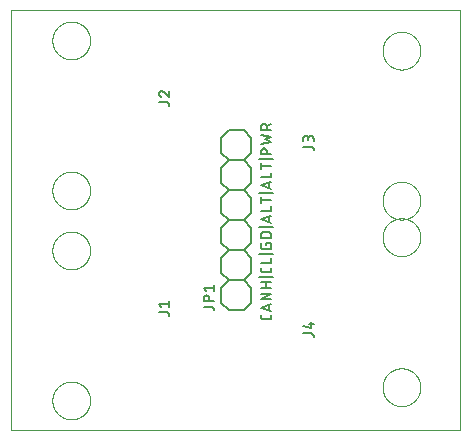
<source format=gto>
G75*
%MOIN*%
%OFA0B0*%
%FSLAX25Y25*%
%IPPOS*%
%LPD*%
%AMOC8*
5,1,8,0,0,1.08239X$1,22.5*
%
%ADD10C,0.00000*%
%ADD11C,0.00600*%
D10*
X0001500Y0001500D02*
X0001500Y0141657D01*
X0151106Y0141657D01*
X0151106Y0001500D01*
X0001500Y0001500D01*
X0015201Y0011500D02*
X0015203Y0011658D01*
X0015209Y0011816D01*
X0015219Y0011974D01*
X0015233Y0012132D01*
X0015251Y0012289D01*
X0015272Y0012446D01*
X0015298Y0012602D01*
X0015328Y0012758D01*
X0015361Y0012913D01*
X0015399Y0013066D01*
X0015440Y0013219D01*
X0015485Y0013371D01*
X0015534Y0013522D01*
X0015587Y0013671D01*
X0015643Y0013819D01*
X0015703Y0013965D01*
X0015767Y0014110D01*
X0015835Y0014253D01*
X0015906Y0014395D01*
X0015980Y0014535D01*
X0016058Y0014672D01*
X0016140Y0014808D01*
X0016224Y0014942D01*
X0016313Y0015073D01*
X0016404Y0015202D01*
X0016499Y0015329D01*
X0016596Y0015454D01*
X0016697Y0015576D01*
X0016801Y0015695D01*
X0016908Y0015812D01*
X0017018Y0015926D01*
X0017131Y0016037D01*
X0017246Y0016146D01*
X0017364Y0016251D01*
X0017485Y0016353D01*
X0017608Y0016453D01*
X0017734Y0016549D01*
X0017862Y0016642D01*
X0017992Y0016732D01*
X0018125Y0016818D01*
X0018260Y0016902D01*
X0018396Y0016981D01*
X0018535Y0017058D01*
X0018676Y0017130D01*
X0018818Y0017200D01*
X0018962Y0017265D01*
X0019108Y0017327D01*
X0019255Y0017385D01*
X0019404Y0017440D01*
X0019554Y0017491D01*
X0019705Y0017538D01*
X0019857Y0017581D01*
X0020010Y0017620D01*
X0020165Y0017656D01*
X0020320Y0017687D01*
X0020476Y0017715D01*
X0020632Y0017739D01*
X0020789Y0017759D01*
X0020947Y0017775D01*
X0021104Y0017787D01*
X0021263Y0017795D01*
X0021421Y0017799D01*
X0021579Y0017799D01*
X0021737Y0017795D01*
X0021896Y0017787D01*
X0022053Y0017775D01*
X0022211Y0017759D01*
X0022368Y0017739D01*
X0022524Y0017715D01*
X0022680Y0017687D01*
X0022835Y0017656D01*
X0022990Y0017620D01*
X0023143Y0017581D01*
X0023295Y0017538D01*
X0023446Y0017491D01*
X0023596Y0017440D01*
X0023745Y0017385D01*
X0023892Y0017327D01*
X0024038Y0017265D01*
X0024182Y0017200D01*
X0024324Y0017130D01*
X0024465Y0017058D01*
X0024604Y0016981D01*
X0024740Y0016902D01*
X0024875Y0016818D01*
X0025008Y0016732D01*
X0025138Y0016642D01*
X0025266Y0016549D01*
X0025392Y0016453D01*
X0025515Y0016353D01*
X0025636Y0016251D01*
X0025754Y0016146D01*
X0025869Y0016037D01*
X0025982Y0015926D01*
X0026092Y0015812D01*
X0026199Y0015695D01*
X0026303Y0015576D01*
X0026404Y0015454D01*
X0026501Y0015329D01*
X0026596Y0015202D01*
X0026687Y0015073D01*
X0026776Y0014942D01*
X0026860Y0014808D01*
X0026942Y0014672D01*
X0027020Y0014535D01*
X0027094Y0014395D01*
X0027165Y0014253D01*
X0027233Y0014110D01*
X0027297Y0013965D01*
X0027357Y0013819D01*
X0027413Y0013671D01*
X0027466Y0013522D01*
X0027515Y0013371D01*
X0027560Y0013219D01*
X0027601Y0013066D01*
X0027639Y0012913D01*
X0027672Y0012758D01*
X0027702Y0012602D01*
X0027728Y0012446D01*
X0027749Y0012289D01*
X0027767Y0012132D01*
X0027781Y0011974D01*
X0027791Y0011816D01*
X0027797Y0011658D01*
X0027799Y0011500D01*
X0027797Y0011342D01*
X0027791Y0011184D01*
X0027781Y0011026D01*
X0027767Y0010868D01*
X0027749Y0010711D01*
X0027728Y0010554D01*
X0027702Y0010398D01*
X0027672Y0010242D01*
X0027639Y0010087D01*
X0027601Y0009934D01*
X0027560Y0009781D01*
X0027515Y0009629D01*
X0027466Y0009478D01*
X0027413Y0009329D01*
X0027357Y0009181D01*
X0027297Y0009035D01*
X0027233Y0008890D01*
X0027165Y0008747D01*
X0027094Y0008605D01*
X0027020Y0008465D01*
X0026942Y0008328D01*
X0026860Y0008192D01*
X0026776Y0008058D01*
X0026687Y0007927D01*
X0026596Y0007798D01*
X0026501Y0007671D01*
X0026404Y0007546D01*
X0026303Y0007424D01*
X0026199Y0007305D01*
X0026092Y0007188D01*
X0025982Y0007074D01*
X0025869Y0006963D01*
X0025754Y0006854D01*
X0025636Y0006749D01*
X0025515Y0006647D01*
X0025392Y0006547D01*
X0025266Y0006451D01*
X0025138Y0006358D01*
X0025008Y0006268D01*
X0024875Y0006182D01*
X0024740Y0006098D01*
X0024604Y0006019D01*
X0024465Y0005942D01*
X0024324Y0005870D01*
X0024182Y0005800D01*
X0024038Y0005735D01*
X0023892Y0005673D01*
X0023745Y0005615D01*
X0023596Y0005560D01*
X0023446Y0005509D01*
X0023295Y0005462D01*
X0023143Y0005419D01*
X0022990Y0005380D01*
X0022835Y0005344D01*
X0022680Y0005313D01*
X0022524Y0005285D01*
X0022368Y0005261D01*
X0022211Y0005241D01*
X0022053Y0005225D01*
X0021896Y0005213D01*
X0021737Y0005205D01*
X0021579Y0005201D01*
X0021421Y0005201D01*
X0021263Y0005205D01*
X0021104Y0005213D01*
X0020947Y0005225D01*
X0020789Y0005241D01*
X0020632Y0005261D01*
X0020476Y0005285D01*
X0020320Y0005313D01*
X0020165Y0005344D01*
X0020010Y0005380D01*
X0019857Y0005419D01*
X0019705Y0005462D01*
X0019554Y0005509D01*
X0019404Y0005560D01*
X0019255Y0005615D01*
X0019108Y0005673D01*
X0018962Y0005735D01*
X0018818Y0005800D01*
X0018676Y0005870D01*
X0018535Y0005942D01*
X0018396Y0006019D01*
X0018260Y0006098D01*
X0018125Y0006182D01*
X0017992Y0006268D01*
X0017862Y0006358D01*
X0017734Y0006451D01*
X0017608Y0006547D01*
X0017485Y0006647D01*
X0017364Y0006749D01*
X0017246Y0006854D01*
X0017131Y0006963D01*
X0017018Y0007074D01*
X0016908Y0007188D01*
X0016801Y0007305D01*
X0016697Y0007424D01*
X0016596Y0007546D01*
X0016499Y0007671D01*
X0016404Y0007798D01*
X0016313Y0007927D01*
X0016224Y0008058D01*
X0016140Y0008192D01*
X0016058Y0008328D01*
X0015980Y0008465D01*
X0015906Y0008605D01*
X0015835Y0008747D01*
X0015767Y0008890D01*
X0015703Y0009035D01*
X0015643Y0009181D01*
X0015587Y0009329D01*
X0015534Y0009478D01*
X0015485Y0009629D01*
X0015440Y0009781D01*
X0015399Y0009934D01*
X0015361Y0010087D01*
X0015328Y0010242D01*
X0015298Y0010398D01*
X0015272Y0010554D01*
X0015251Y0010711D01*
X0015233Y0010868D01*
X0015219Y0011026D01*
X0015209Y0011184D01*
X0015203Y0011342D01*
X0015201Y0011500D01*
X0015201Y0061500D02*
X0015203Y0061658D01*
X0015209Y0061816D01*
X0015219Y0061974D01*
X0015233Y0062132D01*
X0015251Y0062289D01*
X0015272Y0062446D01*
X0015298Y0062602D01*
X0015328Y0062758D01*
X0015361Y0062913D01*
X0015399Y0063066D01*
X0015440Y0063219D01*
X0015485Y0063371D01*
X0015534Y0063522D01*
X0015587Y0063671D01*
X0015643Y0063819D01*
X0015703Y0063965D01*
X0015767Y0064110D01*
X0015835Y0064253D01*
X0015906Y0064395D01*
X0015980Y0064535D01*
X0016058Y0064672D01*
X0016140Y0064808D01*
X0016224Y0064942D01*
X0016313Y0065073D01*
X0016404Y0065202D01*
X0016499Y0065329D01*
X0016596Y0065454D01*
X0016697Y0065576D01*
X0016801Y0065695D01*
X0016908Y0065812D01*
X0017018Y0065926D01*
X0017131Y0066037D01*
X0017246Y0066146D01*
X0017364Y0066251D01*
X0017485Y0066353D01*
X0017608Y0066453D01*
X0017734Y0066549D01*
X0017862Y0066642D01*
X0017992Y0066732D01*
X0018125Y0066818D01*
X0018260Y0066902D01*
X0018396Y0066981D01*
X0018535Y0067058D01*
X0018676Y0067130D01*
X0018818Y0067200D01*
X0018962Y0067265D01*
X0019108Y0067327D01*
X0019255Y0067385D01*
X0019404Y0067440D01*
X0019554Y0067491D01*
X0019705Y0067538D01*
X0019857Y0067581D01*
X0020010Y0067620D01*
X0020165Y0067656D01*
X0020320Y0067687D01*
X0020476Y0067715D01*
X0020632Y0067739D01*
X0020789Y0067759D01*
X0020947Y0067775D01*
X0021104Y0067787D01*
X0021263Y0067795D01*
X0021421Y0067799D01*
X0021579Y0067799D01*
X0021737Y0067795D01*
X0021896Y0067787D01*
X0022053Y0067775D01*
X0022211Y0067759D01*
X0022368Y0067739D01*
X0022524Y0067715D01*
X0022680Y0067687D01*
X0022835Y0067656D01*
X0022990Y0067620D01*
X0023143Y0067581D01*
X0023295Y0067538D01*
X0023446Y0067491D01*
X0023596Y0067440D01*
X0023745Y0067385D01*
X0023892Y0067327D01*
X0024038Y0067265D01*
X0024182Y0067200D01*
X0024324Y0067130D01*
X0024465Y0067058D01*
X0024604Y0066981D01*
X0024740Y0066902D01*
X0024875Y0066818D01*
X0025008Y0066732D01*
X0025138Y0066642D01*
X0025266Y0066549D01*
X0025392Y0066453D01*
X0025515Y0066353D01*
X0025636Y0066251D01*
X0025754Y0066146D01*
X0025869Y0066037D01*
X0025982Y0065926D01*
X0026092Y0065812D01*
X0026199Y0065695D01*
X0026303Y0065576D01*
X0026404Y0065454D01*
X0026501Y0065329D01*
X0026596Y0065202D01*
X0026687Y0065073D01*
X0026776Y0064942D01*
X0026860Y0064808D01*
X0026942Y0064672D01*
X0027020Y0064535D01*
X0027094Y0064395D01*
X0027165Y0064253D01*
X0027233Y0064110D01*
X0027297Y0063965D01*
X0027357Y0063819D01*
X0027413Y0063671D01*
X0027466Y0063522D01*
X0027515Y0063371D01*
X0027560Y0063219D01*
X0027601Y0063066D01*
X0027639Y0062913D01*
X0027672Y0062758D01*
X0027702Y0062602D01*
X0027728Y0062446D01*
X0027749Y0062289D01*
X0027767Y0062132D01*
X0027781Y0061974D01*
X0027791Y0061816D01*
X0027797Y0061658D01*
X0027799Y0061500D01*
X0027797Y0061342D01*
X0027791Y0061184D01*
X0027781Y0061026D01*
X0027767Y0060868D01*
X0027749Y0060711D01*
X0027728Y0060554D01*
X0027702Y0060398D01*
X0027672Y0060242D01*
X0027639Y0060087D01*
X0027601Y0059934D01*
X0027560Y0059781D01*
X0027515Y0059629D01*
X0027466Y0059478D01*
X0027413Y0059329D01*
X0027357Y0059181D01*
X0027297Y0059035D01*
X0027233Y0058890D01*
X0027165Y0058747D01*
X0027094Y0058605D01*
X0027020Y0058465D01*
X0026942Y0058328D01*
X0026860Y0058192D01*
X0026776Y0058058D01*
X0026687Y0057927D01*
X0026596Y0057798D01*
X0026501Y0057671D01*
X0026404Y0057546D01*
X0026303Y0057424D01*
X0026199Y0057305D01*
X0026092Y0057188D01*
X0025982Y0057074D01*
X0025869Y0056963D01*
X0025754Y0056854D01*
X0025636Y0056749D01*
X0025515Y0056647D01*
X0025392Y0056547D01*
X0025266Y0056451D01*
X0025138Y0056358D01*
X0025008Y0056268D01*
X0024875Y0056182D01*
X0024740Y0056098D01*
X0024604Y0056019D01*
X0024465Y0055942D01*
X0024324Y0055870D01*
X0024182Y0055800D01*
X0024038Y0055735D01*
X0023892Y0055673D01*
X0023745Y0055615D01*
X0023596Y0055560D01*
X0023446Y0055509D01*
X0023295Y0055462D01*
X0023143Y0055419D01*
X0022990Y0055380D01*
X0022835Y0055344D01*
X0022680Y0055313D01*
X0022524Y0055285D01*
X0022368Y0055261D01*
X0022211Y0055241D01*
X0022053Y0055225D01*
X0021896Y0055213D01*
X0021737Y0055205D01*
X0021579Y0055201D01*
X0021421Y0055201D01*
X0021263Y0055205D01*
X0021104Y0055213D01*
X0020947Y0055225D01*
X0020789Y0055241D01*
X0020632Y0055261D01*
X0020476Y0055285D01*
X0020320Y0055313D01*
X0020165Y0055344D01*
X0020010Y0055380D01*
X0019857Y0055419D01*
X0019705Y0055462D01*
X0019554Y0055509D01*
X0019404Y0055560D01*
X0019255Y0055615D01*
X0019108Y0055673D01*
X0018962Y0055735D01*
X0018818Y0055800D01*
X0018676Y0055870D01*
X0018535Y0055942D01*
X0018396Y0056019D01*
X0018260Y0056098D01*
X0018125Y0056182D01*
X0017992Y0056268D01*
X0017862Y0056358D01*
X0017734Y0056451D01*
X0017608Y0056547D01*
X0017485Y0056647D01*
X0017364Y0056749D01*
X0017246Y0056854D01*
X0017131Y0056963D01*
X0017018Y0057074D01*
X0016908Y0057188D01*
X0016801Y0057305D01*
X0016697Y0057424D01*
X0016596Y0057546D01*
X0016499Y0057671D01*
X0016404Y0057798D01*
X0016313Y0057927D01*
X0016224Y0058058D01*
X0016140Y0058192D01*
X0016058Y0058328D01*
X0015980Y0058465D01*
X0015906Y0058605D01*
X0015835Y0058747D01*
X0015767Y0058890D01*
X0015703Y0059035D01*
X0015643Y0059181D01*
X0015587Y0059329D01*
X0015534Y0059478D01*
X0015485Y0059629D01*
X0015440Y0059781D01*
X0015399Y0059934D01*
X0015361Y0060087D01*
X0015328Y0060242D01*
X0015298Y0060398D01*
X0015272Y0060554D01*
X0015251Y0060711D01*
X0015233Y0060868D01*
X0015219Y0061026D01*
X0015209Y0061184D01*
X0015203Y0061342D01*
X0015201Y0061500D01*
X0015201Y0081500D02*
X0015203Y0081658D01*
X0015209Y0081816D01*
X0015219Y0081974D01*
X0015233Y0082132D01*
X0015251Y0082289D01*
X0015272Y0082446D01*
X0015298Y0082602D01*
X0015328Y0082758D01*
X0015361Y0082913D01*
X0015399Y0083066D01*
X0015440Y0083219D01*
X0015485Y0083371D01*
X0015534Y0083522D01*
X0015587Y0083671D01*
X0015643Y0083819D01*
X0015703Y0083965D01*
X0015767Y0084110D01*
X0015835Y0084253D01*
X0015906Y0084395D01*
X0015980Y0084535D01*
X0016058Y0084672D01*
X0016140Y0084808D01*
X0016224Y0084942D01*
X0016313Y0085073D01*
X0016404Y0085202D01*
X0016499Y0085329D01*
X0016596Y0085454D01*
X0016697Y0085576D01*
X0016801Y0085695D01*
X0016908Y0085812D01*
X0017018Y0085926D01*
X0017131Y0086037D01*
X0017246Y0086146D01*
X0017364Y0086251D01*
X0017485Y0086353D01*
X0017608Y0086453D01*
X0017734Y0086549D01*
X0017862Y0086642D01*
X0017992Y0086732D01*
X0018125Y0086818D01*
X0018260Y0086902D01*
X0018396Y0086981D01*
X0018535Y0087058D01*
X0018676Y0087130D01*
X0018818Y0087200D01*
X0018962Y0087265D01*
X0019108Y0087327D01*
X0019255Y0087385D01*
X0019404Y0087440D01*
X0019554Y0087491D01*
X0019705Y0087538D01*
X0019857Y0087581D01*
X0020010Y0087620D01*
X0020165Y0087656D01*
X0020320Y0087687D01*
X0020476Y0087715D01*
X0020632Y0087739D01*
X0020789Y0087759D01*
X0020947Y0087775D01*
X0021104Y0087787D01*
X0021263Y0087795D01*
X0021421Y0087799D01*
X0021579Y0087799D01*
X0021737Y0087795D01*
X0021896Y0087787D01*
X0022053Y0087775D01*
X0022211Y0087759D01*
X0022368Y0087739D01*
X0022524Y0087715D01*
X0022680Y0087687D01*
X0022835Y0087656D01*
X0022990Y0087620D01*
X0023143Y0087581D01*
X0023295Y0087538D01*
X0023446Y0087491D01*
X0023596Y0087440D01*
X0023745Y0087385D01*
X0023892Y0087327D01*
X0024038Y0087265D01*
X0024182Y0087200D01*
X0024324Y0087130D01*
X0024465Y0087058D01*
X0024604Y0086981D01*
X0024740Y0086902D01*
X0024875Y0086818D01*
X0025008Y0086732D01*
X0025138Y0086642D01*
X0025266Y0086549D01*
X0025392Y0086453D01*
X0025515Y0086353D01*
X0025636Y0086251D01*
X0025754Y0086146D01*
X0025869Y0086037D01*
X0025982Y0085926D01*
X0026092Y0085812D01*
X0026199Y0085695D01*
X0026303Y0085576D01*
X0026404Y0085454D01*
X0026501Y0085329D01*
X0026596Y0085202D01*
X0026687Y0085073D01*
X0026776Y0084942D01*
X0026860Y0084808D01*
X0026942Y0084672D01*
X0027020Y0084535D01*
X0027094Y0084395D01*
X0027165Y0084253D01*
X0027233Y0084110D01*
X0027297Y0083965D01*
X0027357Y0083819D01*
X0027413Y0083671D01*
X0027466Y0083522D01*
X0027515Y0083371D01*
X0027560Y0083219D01*
X0027601Y0083066D01*
X0027639Y0082913D01*
X0027672Y0082758D01*
X0027702Y0082602D01*
X0027728Y0082446D01*
X0027749Y0082289D01*
X0027767Y0082132D01*
X0027781Y0081974D01*
X0027791Y0081816D01*
X0027797Y0081658D01*
X0027799Y0081500D01*
X0027797Y0081342D01*
X0027791Y0081184D01*
X0027781Y0081026D01*
X0027767Y0080868D01*
X0027749Y0080711D01*
X0027728Y0080554D01*
X0027702Y0080398D01*
X0027672Y0080242D01*
X0027639Y0080087D01*
X0027601Y0079934D01*
X0027560Y0079781D01*
X0027515Y0079629D01*
X0027466Y0079478D01*
X0027413Y0079329D01*
X0027357Y0079181D01*
X0027297Y0079035D01*
X0027233Y0078890D01*
X0027165Y0078747D01*
X0027094Y0078605D01*
X0027020Y0078465D01*
X0026942Y0078328D01*
X0026860Y0078192D01*
X0026776Y0078058D01*
X0026687Y0077927D01*
X0026596Y0077798D01*
X0026501Y0077671D01*
X0026404Y0077546D01*
X0026303Y0077424D01*
X0026199Y0077305D01*
X0026092Y0077188D01*
X0025982Y0077074D01*
X0025869Y0076963D01*
X0025754Y0076854D01*
X0025636Y0076749D01*
X0025515Y0076647D01*
X0025392Y0076547D01*
X0025266Y0076451D01*
X0025138Y0076358D01*
X0025008Y0076268D01*
X0024875Y0076182D01*
X0024740Y0076098D01*
X0024604Y0076019D01*
X0024465Y0075942D01*
X0024324Y0075870D01*
X0024182Y0075800D01*
X0024038Y0075735D01*
X0023892Y0075673D01*
X0023745Y0075615D01*
X0023596Y0075560D01*
X0023446Y0075509D01*
X0023295Y0075462D01*
X0023143Y0075419D01*
X0022990Y0075380D01*
X0022835Y0075344D01*
X0022680Y0075313D01*
X0022524Y0075285D01*
X0022368Y0075261D01*
X0022211Y0075241D01*
X0022053Y0075225D01*
X0021896Y0075213D01*
X0021737Y0075205D01*
X0021579Y0075201D01*
X0021421Y0075201D01*
X0021263Y0075205D01*
X0021104Y0075213D01*
X0020947Y0075225D01*
X0020789Y0075241D01*
X0020632Y0075261D01*
X0020476Y0075285D01*
X0020320Y0075313D01*
X0020165Y0075344D01*
X0020010Y0075380D01*
X0019857Y0075419D01*
X0019705Y0075462D01*
X0019554Y0075509D01*
X0019404Y0075560D01*
X0019255Y0075615D01*
X0019108Y0075673D01*
X0018962Y0075735D01*
X0018818Y0075800D01*
X0018676Y0075870D01*
X0018535Y0075942D01*
X0018396Y0076019D01*
X0018260Y0076098D01*
X0018125Y0076182D01*
X0017992Y0076268D01*
X0017862Y0076358D01*
X0017734Y0076451D01*
X0017608Y0076547D01*
X0017485Y0076647D01*
X0017364Y0076749D01*
X0017246Y0076854D01*
X0017131Y0076963D01*
X0017018Y0077074D01*
X0016908Y0077188D01*
X0016801Y0077305D01*
X0016697Y0077424D01*
X0016596Y0077546D01*
X0016499Y0077671D01*
X0016404Y0077798D01*
X0016313Y0077927D01*
X0016224Y0078058D01*
X0016140Y0078192D01*
X0016058Y0078328D01*
X0015980Y0078465D01*
X0015906Y0078605D01*
X0015835Y0078747D01*
X0015767Y0078890D01*
X0015703Y0079035D01*
X0015643Y0079181D01*
X0015587Y0079329D01*
X0015534Y0079478D01*
X0015485Y0079629D01*
X0015440Y0079781D01*
X0015399Y0079934D01*
X0015361Y0080087D01*
X0015328Y0080242D01*
X0015298Y0080398D01*
X0015272Y0080554D01*
X0015251Y0080711D01*
X0015233Y0080868D01*
X0015219Y0081026D01*
X0015209Y0081184D01*
X0015203Y0081342D01*
X0015201Y0081500D01*
X0015201Y0131500D02*
X0015203Y0131658D01*
X0015209Y0131816D01*
X0015219Y0131974D01*
X0015233Y0132132D01*
X0015251Y0132289D01*
X0015272Y0132446D01*
X0015298Y0132602D01*
X0015328Y0132758D01*
X0015361Y0132913D01*
X0015399Y0133066D01*
X0015440Y0133219D01*
X0015485Y0133371D01*
X0015534Y0133522D01*
X0015587Y0133671D01*
X0015643Y0133819D01*
X0015703Y0133965D01*
X0015767Y0134110D01*
X0015835Y0134253D01*
X0015906Y0134395D01*
X0015980Y0134535D01*
X0016058Y0134672D01*
X0016140Y0134808D01*
X0016224Y0134942D01*
X0016313Y0135073D01*
X0016404Y0135202D01*
X0016499Y0135329D01*
X0016596Y0135454D01*
X0016697Y0135576D01*
X0016801Y0135695D01*
X0016908Y0135812D01*
X0017018Y0135926D01*
X0017131Y0136037D01*
X0017246Y0136146D01*
X0017364Y0136251D01*
X0017485Y0136353D01*
X0017608Y0136453D01*
X0017734Y0136549D01*
X0017862Y0136642D01*
X0017992Y0136732D01*
X0018125Y0136818D01*
X0018260Y0136902D01*
X0018396Y0136981D01*
X0018535Y0137058D01*
X0018676Y0137130D01*
X0018818Y0137200D01*
X0018962Y0137265D01*
X0019108Y0137327D01*
X0019255Y0137385D01*
X0019404Y0137440D01*
X0019554Y0137491D01*
X0019705Y0137538D01*
X0019857Y0137581D01*
X0020010Y0137620D01*
X0020165Y0137656D01*
X0020320Y0137687D01*
X0020476Y0137715D01*
X0020632Y0137739D01*
X0020789Y0137759D01*
X0020947Y0137775D01*
X0021104Y0137787D01*
X0021263Y0137795D01*
X0021421Y0137799D01*
X0021579Y0137799D01*
X0021737Y0137795D01*
X0021896Y0137787D01*
X0022053Y0137775D01*
X0022211Y0137759D01*
X0022368Y0137739D01*
X0022524Y0137715D01*
X0022680Y0137687D01*
X0022835Y0137656D01*
X0022990Y0137620D01*
X0023143Y0137581D01*
X0023295Y0137538D01*
X0023446Y0137491D01*
X0023596Y0137440D01*
X0023745Y0137385D01*
X0023892Y0137327D01*
X0024038Y0137265D01*
X0024182Y0137200D01*
X0024324Y0137130D01*
X0024465Y0137058D01*
X0024604Y0136981D01*
X0024740Y0136902D01*
X0024875Y0136818D01*
X0025008Y0136732D01*
X0025138Y0136642D01*
X0025266Y0136549D01*
X0025392Y0136453D01*
X0025515Y0136353D01*
X0025636Y0136251D01*
X0025754Y0136146D01*
X0025869Y0136037D01*
X0025982Y0135926D01*
X0026092Y0135812D01*
X0026199Y0135695D01*
X0026303Y0135576D01*
X0026404Y0135454D01*
X0026501Y0135329D01*
X0026596Y0135202D01*
X0026687Y0135073D01*
X0026776Y0134942D01*
X0026860Y0134808D01*
X0026942Y0134672D01*
X0027020Y0134535D01*
X0027094Y0134395D01*
X0027165Y0134253D01*
X0027233Y0134110D01*
X0027297Y0133965D01*
X0027357Y0133819D01*
X0027413Y0133671D01*
X0027466Y0133522D01*
X0027515Y0133371D01*
X0027560Y0133219D01*
X0027601Y0133066D01*
X0027639Y0132913D01*
X0027672Y0132758D01*
X0027702Y0132602D01*
X0027728Y0132446D01*
X0027749Y0132289D01*
X0027767Y0132132D01*
X0027781Y0131974D01*
X0027791Y0131816D01*
X0027797Y0131658D01*
X0027799Y0131500D01*
X0027797Y0131342D01*
X0027791Y0131184D01*
X0027781Y0131026D01*
X0027767Y0130868D01*
X0027749Y0130711D01*
X0027728Y0130554D01*
X0027702Y0130398D01*
X0027672Y0130242D01*
X0027639Y0130087D01*
X0027601Y0129934D01*
X0027560Y0129781D01*
X0027515Y0129629D01*
X0027466Y0129478D01*
X0027413Y0129329D01*
X0027357Y0129181D01*
X0027297Y0129035D01*
X0027233Y0128890D01*
X0027165Y0128747D01*
X0027094Y0128605D01*
X0027020Y0128465D01*
X0026942Y0128328D01*
X0026860Y0128192D01*
X0026776Y0128058D01*
X0026687Y0127927D01*
X0026596Y0127798D01*
X0026501Y0127671D01*
X0026404Y0127546D01*
X0026303Y0127424D01*
X0026199Y0127305D01*
X0026092Y0127188D01*
X0025982Y0127074D01*
X0025869Y0126963D01*
X0025754Y0126854D01*
X0025636Y0126749D01*
X0025515Y0126647D01*
X0025392Y0126547D01*
X0025266Y0126451D01*
X0025138Y0126358D01*
X0025008Y0126268D01*
X0024875Y0126182D01*
X0024740Y0126098D01*
X0024604Y0126019D01*
X0024465Y0125942D01*
X0024324Y0125870D01*
X0024182Y0125800D01*
X0024038Y0125735D01*
X0023892Y0125673D01*
X0023745Y0125615D01*
X0023596Y0125560D01*
X0023446Y0125509D01*
X0023295Y0125462D01*
X0023143Y0125419D01*
X0022990Y0125380D01*
X0022835Y0125344D01*
X0022680Y0125313D01*
X0022524Y0125285D01*
X0022368Y0125261D01*
X0022211Y0125241D01*
X0022053Y0125225D01*
X0021896Y0125213D01*
X0021737Y0125205D01*
X0021579Y0125201D01*
X0021421Y0125201D01*
X0021263Y0125205D01*
X0021104Y0125213D01*
X0020947Y0125225D01*
X0020789Y0125241D01*
X0020632Y0125261D01*
X0020476Y0125285D01*
X0020320Y0125313D01*
X0020165Y0125344D01*
X0020010Y0125380D01*
X0019857Y0125419D01*
X0019705Y0125462D01*
X0019554Y0125509D01*
X0019404Y0125560D01*
X0019255Y0125615D01*
X0019108Y0125673D01*
X0018962Y0125735D01*
X0018818Y0125800D01*
X0018676Y0125870D01*
X0018535Y0125942D01*
X0018396Y0126019D01*
X0018260Y0126098D01*
X0018125Y0126182D01*
X0017992Y0126268D01*
X0017862Y0126358D01*
X0017734Y0126451D01*
X0017608Y0126547D01*
X0017485Y0126647D01*
X0017364Y0126749D01*
X0017246Y0126854D01*
X0017131Y0126963D01*
X0017018Y0127074D01*
X0016908Y0127188D01*
X0016801Y0127305D01*
X0016697Y0127424D01*
X0016596Y0127546D01*
X0016499Y0127671D01*
X0016404Y0127798D01*
X0016313Y0127927D01*
X0016224Y0128058D01*
X0016140Y0128192D01*
X0016058Y0128328D01*
X0015980Y0128465D01*
X0015906Y0128605D01*
X0015835Y0128747D01*
X0015767Y0128890D01*
X0015703Y0129035D01*
X0015643Y0129181D01*
X0015587Y0129329D01*
X0015534Y0129478D01*
X0015485Y0129629D01*
X0015440Y0129781D01*
X0015399Y0129934D01*
X0015361Y0130087D01*
X0015328Y0130242D01*
X0015298Y0130398D01*
X0015272Y0130554D01*
X0015251Y0130711D01*
X0015233Y0130868D01*
X0015219Y0131026D01*
X0015209Y0131184D01*
X0015203Y0131342D01*
X0015201Y0131500D01*
X0125280Y0128106D02*
X0125282Y0128264D01*
X0125288Y0128422D01*
X0125298Y0128580D01*
X0125312Y0128738D01*
X0125330Y0128895D01*
X0125351Y0129052D01*
X0125377Y0129208D01*
X0125407Y0129364D01*
X0125440Y0129519D01*
X0125478Y0129672D01*
X0125519Y0129825D01*
X0125564Y0129977D01*
X0125613Y0130128D01*
X0125666Y0130277D01*
X0125722Y0130425D01*
X0125782Y0130571D01*
X0125846Y0130716D01*
X0125914Y0130859D01*
X0125985Y0131001D01*
X0126059Y0131141D01*
X0126137Y0131278D01*
X0126219Y0131414D01*
X0126303Y0131548D01*
X0126392Y0131679D01*
X0126483Y0131808D01*
X0126578Y0131935D01*
X0126675Y0132060D01*
X0126776Y0132182D01*
X0126880Y0132301D01*
X0126987Y0132418D01*
X0127097Y0132532D01*
X0127210Y0132643D01*
X0127325Y0132752D01*
X0127443Y0132857D01*
X0127564Y0132959D01*
X0127687Y0133059D01*
X0127813Y0133155D01*
X0127941Y0133248D01*
X0128071Y0133338D01*
X0128204Y0133424D01*
X0128339Y0133508D01*
X0128475Y0133587D01*
X0128614Y0133664D01*
X0128755Y0133736D01*
X0128897Y0133806D01*
X0129041Y0133871D01*
X0129187Y0133933D01*
X0129334Y0133991D01*
X0129483Y0134046D01*
X0129633Y0134097D01*
X0129784Y0134144D01*
X0129936Y0134187D01*
X0130089Y0134226D01*
X0130244Y0134262D01*
X0130399Y0134293D01*
X0130555Y0134321D01*
X0130711Y0134345D01*
X0130868Y0134365D01*
X0131026Y0134381D01*
X0131183Y0134393D01*
X0131342Y0134401D01*
X0131500Y0134405D01*
X0131658Y0134405D01*
X0131816Y0134401D01*
X0131975Y0134393D01*
X0132132Y0134381D01*
X0132290Y0134365D01*
X0132447Y0134345D01*
X0132603Y0134321D01*
X0132759Y0134293D01*
X0132914Y0134262D01*
X0133069Y0134226D01*
X0133222Y0134187D01*
X0133374Y0134144D01*
X0133525Y0134097D01*
X0133675Y0134046D01*
X0133824Y0133991D01*
X0133971Y0133933D01*
X0134117Y0133871D01*
X0134261Y0133806D01*
X0134403Y0133736D01*
X0134544Y0133664D01*
X0134683Y0133587D01*
X0134819Y0133508D01*
X0134954Y0133424D01*
X0135087Y0133338D01*
X0135217Y0133248D01*
X0135345Y0133155D01*
X0135471Y0133059D01*
X0135594Y0132959D01*
X0135715Y0132857D01*
X0135833Y0132752D01*
X0135948Y0132643D01*
X0136061Y0132532D01*
X0136171Y0132418D01*
X0136278Y0132301D01*
X0136382Y0132182D01*
X0136483Y0132060D01*
X0136580Y0131935D01*
X0136675Y0131808D01*
X0136766Y0131679D01*
X0136855Y0131548D01*
X0136939Y0131414D01*
X0137021Y0131278D01*
X0137099Y0131141D01*
X0137173Y0131001D01*
X0137244Y0130859D01*
X0137312Y0130716D01*
X0137376Y0130571D01*
X0137436Y0130425D01*
X0137492Y0130277D01*
X0137545Y0130128D01*
X0137594Y0129977D01*
X0137639Y0129825D01*
X0137680Y0129672D01*
X0137718Y0129519D01*
X0137751Y0129364D01*
X0137781Y0129208D01*
X0137807Y0129052D01*
X0137828Y0128895D01*
X0137846Y0128738D01*
X0137860Y0128580D01*
X0137870Y0128422D01*
X0137876Y0128264D01*
X0137878Y0128106D01*
X0137876Y0127948D01*
X0137870Y0127790D01*
X0137860Y0127632D01*
X0137846Y0127474D01*
X0137828Y0127317D01*
X0137807Y0127160D01*
X0137781Y0127004D01*
X0137751Y0126848D01*
X0137718Y0126693D01*
X0137680Y0126540D01*
X0137639Y0126387D01*
X0137594Y0126235D01*
X0137545Y0126084D01*
X0137492Y0125935D01*
X0137436Y0125787D01*
X0137376Y0125641D01*
X0137312Y0125496D01*
X0137244Y0125353D01*
X0137173Y0125211D01*
X0137099Y0125071D01*
X0137021Y0124934D01*
X0136939Y0124798D01*
X0136855Y0124664D01*
X0136766Y0124533D01*
X0136675Y0124404D01*
X0136580Y0124277D01*
X0136483Y0124152D01*
X0136382Y0124030D01*
X0136278Y0123911D01*
X0136171Y0123794D01*
X0136061Y0123680D01*
X0135948Y0123569D01*
X0135833Y0123460D01*
X0135715Y0123355D01*
X0135594Y0123253D01*
X0135471Y0123153D01*
X0135345Y0123057D01*
X0135217Y0122964D01*
X0135087Y0122874D01*
X0134954Y0122788D01*
X0134819Y0122704D01*
X0134683Y0122625D01*
X0134544Y0122548D01*
X0134403Y0122476D01*
X0134261Y0122406D01*
X0134117Y0122341D01*
X0133971Y0122279D01*
X0133824Y0122221D01*
X0133675Y0122166D01*
X0133525Y0122115D01*
X0133374Y0122068D01*
X0133222Y0122025D01*
X0133069Y0121986D01*
X0132914Y0121950D01*
X0132759Y0121919D01*
X0132603Y0121891D01*
X0132447Y0121867D01*
X0132290Y0121847D01*
X0132132Y0121831D01*
X0131975Y0121819D01*
X0131816Y0121811D01*
X0131658Y0121807D01*
X0131500Y0121807D01*
X0131342Y0121811D01*
X0131183Y0121819D01*
X0131026Y0121831D01*
X0130868Y0121847D01*
X0130711Y0121867D01*
X0130555Y0121891D01*
X0130399Y0121919D01*
X0130244Y0121950D01*
X0130089Y0121986D01*
X0129936Y0122025D01*
X0129784Y0122068D01*
X0129633Y0122115D01*
X0129483Y0122166D01*
X0129334Y0122221D01*
X0129187Y0122279D01*
X0129041Y0122341D01*
X0128897Y0122406D01*
X0128755Y0122476D01*
X0128614Y0122548D01*
X0128475Y0122625D01*
X0128339Y0122704D01*
X0128204Y0122788D01*
X0128071Y0122874D01*
X0127941Y0122964D01*
X0127813Y0123057D01*
X0127687Y0123153D01*
X0127564Y0123253D01*
X0127443Y0123355D01*
X0127325Y0123460D01*
X0127210Y0123569D01*
X0127097Y0123680D01*
X0126987Y0123794D01*
X0126880Y0123911D01*
X0126776Y0124030D01*
X0126675Y0124152D01*
X0126578Y0124277D01*
X0126483Y0124404D01*
X0126392Y0124533D01*
X0126303Y0124664D01*
X0126219Y0124798D01*
X0126137Y0124934D01*
X0126059Y0125071D01*
X0125985Y0125211D01*
X0125914Y0125353D01*
X0125846Y0125496D01*
X0125782Y0125641D01*
X0125722Y0125787D01*
X0125666Y0125935D01*
X0125613Y0126084D01*
X0125564Y0126235D01*
X0125519Y0126387D01*
X0125478Y0126540D01*
X0125440Y0126693D01*
X0125407Y0126848D01*
X0125377Y0127004D01*
X0125351Y0127160D01*
X0125330Y0127317D01*
X0125312Y0127474D01*
X0125298Y0127632D01*
X0125288Y0127790D01*
X0125282Y0127948D01*
X0125280Y0128106D01*
X0125280Y0078106D02*
X0125282Y0078264D01*
X0125288Y0078422D01*
X0125298Y0078580D01*
X0125312Y0078738D01*
X0125330Y0078895D01*
X0125351Y0079052D01*
X0125377Y0079208D01*
X0125407Y0079364D01*
X0125440Y0079519D01*
X0125478Y0079672D01*
X0125519Y0079825D01*
X0125564Y0079977D01*
X0125613Y0080128D01*
X0125666Y0080277D01*
X0125722Y0080425D01*
X0125782Y0080571D01*
X0125846Y0080716D01*
X0125914Y0080859D01*
X0125985Y0081001D01*
X0126059Y0081141D01*
X0126137Y0081278D01*
X0126219Y0081414D01*
X0126303Y0081548D01*
X0126392Y0081679D01*
X0126483Y0081808D01*
X0126578Y0081935D01*
X0126675Y0082060D01*
X0126776Y0082182D01*
X0126880Y0082301D01*
X0126987Y0082418D01*
X0127097Y0082532D01*
X0127210Y0082643D01*
X0127325Y0082752D01*
X0127443Y0082857D01*
X0127564Y0082959D01*
X0127687Y0083059D01*
X0127813Y0083155D01*
X0127941Y0083248D01*
X0128071Y0083338D01*
X0128204Y0083424D01*
X0128339Y0083508D01*
X0128475Y0083587D01*
X0128614Y0083664D01*
X0128755Y0083736D01*
X0128897Y0083806D01*
X0129041Y0083871D01*
X0129187Y0083933D01*
X0129334Y0083991D01*
X0129483Y0084046D01*
X0129633Y0084097D01*
X0129784Y0084144D01*
X0129936Y0084187D01*
X0130089Y0084226D01*
X0130244Y0084262D01*
X0130399Y0084293D01*
X0130555Y0084321D01*
X0130711Y0084345D01*
X0130868Y0084365D01*
X0131026Y0084381D01*
X0131183Y0084393D01*
X0131342Y0084401D01*
X0131500Y0084405D01*
X0131658Y0084405D01*
X0131816Y0084401D01*
X0131975Y0084393D01*
X0132132Y0084381D01*
X0132290Y0084365D01*
X0132447Y0084345D01*
X0132603Y0084321D01*
X0132759Y0084293D01*
X0132914Y0084262D01*
X0133069Y0084226D01*
X0133222Y0084187D01*
X0133374Y0084144D01*
X0133525Y0084097D01*
X0133675Y0084046D01*
X0133824Y0083991D01*
X0133971Y0083933D01*
X0134117Y0083871D01*
X0134261Y0083806D01*
X0134403Y0083736D01*
X0134544Y0083664D01*
X0134683Y0083587D01*
X0134819Y0083508D01*
X0134954Y0083424D01*
X0135087Y0083338D01*
X0135217Y0083248D01*
X0135345Y0083155D01*
X0135471Y0083059D01*
X0135594Y0082959D01*
X0135715Y0082857D01*
X0135833Y0082752D01*
X0135948Y0082643D01*
X0136061Y0082532D01*
X0136171Y0082418D01*
X0136278Y0082301D01*
X0136382Y0082182D01*
X0136483Y0082060D01*
X0136580Y0081935D01*
X0136675Y0081808D01*
X0136766Y0081679D01*
X0136855Y0081548D01*
X0136939Y0081414D01*
X0137021Y0081278D01*
X0137099Y0081141D01*
X0137173Y0081001D01*
X0137244Y0080859D01*
X0137312Y0080716D01*
X0137376Y0080571D01*
X0137436Y0080425D01*
X0137492Y0080277D01*
X0137545Y0080128D01*
X0137594Y0079977D01*
X0137639Y0079825D01*
X0137680Y0079672D01*
X0137718Y0079519D01*
X0137751Y0079364D01*
X0137781Y0079208D01*
X0137807Y0079052D01*
X0137828Y0078895D01*
X0137846Y0078738D01*
X0137860Y0078580D01*
X0137870Y0078422D01*
X0137876Y0078264D01*
X0137878Y0078106D01*
X0137876Y0077948D01*
X0137870Y0077790D01*
X0137860Y0077632D01*
X0137846Y0077474D01*
X0137828Y0077317D01*
X0137807Y0077160D01*
X0137781Y0077004D01*
X0137751Y0076848D01*
X0137718Y0076693D01*
X0137680Y0076540D01*
X0137639Y0076387D01*
X0137594Y0076235D01*
X0137545Y0076084D01*
X0137492Y0075935D01*
X0137436Y0075787D01*
X0137376Y0075641D01*
X0137312Y0075496D01*
X0137244Y0075353D01*
X0137173Y0075211D01*
X0137099Y0075071D01*
X0137021Y0074934D01*
X0136939Y0074798D01*
X0136855Y0074664D01*
X0136766Y0074533D01*
X0136675Y0074404D01*
X0136580Y0074277D01*
X0136483Y0074152D01*
X0136382Y0074030D01*
X0136278Y0073911D01*
X0136171Y0073794D01*
X0136061Y0073680D01*
X0135948Y0073569D01*
X0135833Y0073460D01*
X0135715Y0073355D01*
X0135594Y0073253D01*
X0135471Y0073153D01*
X0135345Y0073057D01*
X0135217Y0072964D01*
X0135087Y0072874D01*
X0134954Y0072788D01*
X0134819Y0072704D01*
X0134683Y0072625D01*
X0134544Y0072548D01*
X0134403Y0072476D01*
X0134261Y0072406D01*
X0134117Y0072341D01*
X0133971Y0072279D01*
X0133824Y0072221D01*
X0133675Y0072166D01*
X0133525Y0072115D01*
X0133374Y0072068D01*
X0133222Y0072025D01*
X0133069Y0071986D01*
X0132914Y0071950D01*
X0132759Y0071919D01*
X0132603Y0071891D01*
X0132447Y0071867D01*
X0132290Y0071847D01*
X0132132Y0071831D01*
X0131975Y0071819D01*
X0131816Y0071811D01*
X0131658Y0071807D01*
X0131500Y0071807D01*
X0131342Y0071811D01*
X0131183Y0071819D01*
X0131026Y0071831D01*
X0130868Y0071847D01*
X0130711Y0071867D01*
X0130555Y0071891D01*
X0130399Y0071919D01*
X0130244Y0071950D01*
X0130089Y0071986D01*
X0129936Y0072025D01*
X0129784Y0072068D01*
X0129633Y0072115D01*
X0129483Y0072166D01*
X0129334Y0072221D01*
X0129187Y0072279D01*
X0129041Y0072341D01*
X0128897Y0072406D01*
X0128755Y0072476D01*
X0128614Y0072548D01*
X0128475Y0072625D01*
X0128339Y0072704D01*
X0128204Y0072788D01*
X0128071Y0072874D01*
X0127941Y0072964D01*
X0127813Y0073057D01*
X0127687Y0073153D01*
X0127564Y0073253D01*
X0127443Y0073355D01*
X0127325Y0073460D01*
X0127210Y0073569D01*
X0127097Y0073680D01*
X0126987Y0073794D01*
X0126880Y0073911D01*
X0126776Y0074030D01*
X0126675Y0074152D01*
X0126578Y0074277D01*
X0126483Y0074404D01*
X0126392Y0074533D01*
X0126303Y0074664D01*
X0126219Y0074798D01*
X0126137Y0074934D01*
X0126059Y0075071D01*
X0125985Y0075211D01*
X0125914Y0075353D01*
X0125846Y0075496D01*
X0125782Y0075641D01*
X0125722Y0075787D01*
X0125666Y0075935D01*
X0125613Y0076084D01*
X0125564Y0076235D01*
X0125519Y0076387D01*
X0125478Y0076540D01*
X0125440Y0076693D01*
X0125407Y0076848D01*
X0125377Y0077004D01*
X0125351Y0077160D01*
X0125330Y0077317D01*
X0125312Y0077474D01*
X0125298Y0077632D01*
X0125288Y0077790D01*
X0125282Y0077948D01*
X0125280Y0078106D01*
X0125280Y0065902D02*
X0125282Y0066060D01*
X0125288Y0066218D01*
X0125298Y0066376D01*
X0125312Y0066534D01*
X0125330Y0066691D01*
X0125351Y0066848D01*
X0125377Y0067004D01*
X0125407Y0067160D01*
X0125440Y0067315D01*
X0125478Y0067468D01*
X0125519Y0067621D01*
X0125564Y0067773D01*
X0125613Y0067924D01*
X0125666Y0068073D01*
X0125722Y0068221D01*
X0125782Y0068367D01*
X0125846Y0068512D01*
X0125914Y0068655D01*
X0125985Y0068797D01*
X0126059Y0068937D01*
X0126137Y0069074D01*
X0126219Y0069210D01*
X0126303Y0069344D01*
X0126392Y0069475D01*
X0126483Y0069604D01*
X0126578Y0069731D01*
X0126675Y0069856D01*
X0126776Y0069978D01*
X0126880Y0070097D01*
X0126987Y0070214D01*
X0127097Y0070328D01*
X0127210Y0070439D01*
X0127325Y0070548D01*
X0127443Y0070653D01*
X0127564Y0070755D01*
X0127687Y0070855D01*
X0127813Y0070951D01*
X0127941Y0071044D01*
X0128071Y0071134D01*
X0128204Y0071220D01*
X0128339Y0071304D01*
X0128475Y0071383D01*
X0128614Y0071460D01*
X0128755Y0071532D01*
X0128897Y0071602D01*
X0129041Y0071667D01*
X0129187Y0071729D01*
X0129334Y0071787D01*
X0129483Y0071842D01*
X0129633Y0071893D01*
X0129784Y0071940D01*
X0129936Y0071983D01*
X0130089Y0072022D01*
X0130244Y0072058D01*
X0130399Y0072089D01*
X0130555Y0072117D01*
X0130711Y0072141D01*
X0130868Y0072161D01*
X0131026Y0072177D01*
X0131183Y0072189D01*
X0131342Y0072197D01*
X0131500Y0072201D01*
X0131658Y0072201D01*
X0131816Y0072197D01*
X0131975Y0072189D01*
X0132132Y0072177D01*
X0132290Y0072161D01*
X0132447Y0072141D01*
X0132603Y0072117D01*
X0132759Y0072089D01*
X0132914Y0072058D01*
X0133069Y0072022D01*
X0133222Y0071983D01*
X0133374Y0071940D01*
X0133525Y0071893D01*
X0133675Y0071842D01*
X0133824Y0071787D01*
X0133971Y0071729D01*
X0134117Y0071667D01*
X0134261Y0071602D01*
X0134403Y0071532D01*
X0134544Y0071460D01*
X0134683Y0071383D01*
X0134819Y0071304D01*
X0134954Y0071220D01*
X0135087Y0071134D01*
X0135217Y0071044D01*
X0135345Y0070951D01*
X0135471Y0070855D01*
X0135594Y0070755D01*
X0135715Y0070653D01*
X0135833Y0070548D01*
X0135948Y0070439D01*
X0136061Y0070328D01*
X0136171Y0070214D01*
X0136278Y0070097D01*
X0136382Y0069978D01*
X0136483Y0069856D01*
X0136580Y0069731D01*
X0136675Y0069604D01*
X0136766Y0069475D01*
X0136855Y0069344D01*
X0136939Y0069210D01*
X0137021Y0069074D01*
X0137099Y0068937D01*
X0137173Y0068797D01*
X0137244Y0068655D01*
X0137312Y0068512D01*
X0137376Y0068367D01*
X0137436Y0068221D01*
X0137492Y0068073D01*
X0137545Y0067924D01*
X0137594Y0067773D01*
X0137639Y0067621D01*
X0137680Y0067468D01*
X0137718Y0067315D01*
X0137751Y0067160D01*
X0137781Y0067004D01*
X0137807Y0066848D01*
X0137828Y0066691D01*
X0137846Y0066534D01*
X0137860Y0066376D01*
X0137870Y0066218D01*
X0137876Y0066060D01*
X0137878Y0065902D01*
X0137876Y0065744D01*
X0137870Y0065586D01*
X0137860Y0065428D01*
X0137846Y0065270D01*
X0137828Y0065113D01*
X0137807Y0064956D01*
X0137781Y0064800D01*
X0137751Y0064644D01*
X0137718Y0064489D01*
X0137680Y0064336D01*
X0137639Y0064183D01*
X0137594Y0064031D01*
X0137545Y0063880D01*
X0137492Y0063731D01*
X0137436Y0063583D01*
X0137376Y0063437D01*
X0137312Y0063292D01*
X0137244Y0063149D01*
X0137173Y0063007D01*
X0137099Y0062867D01*
X0137021Y0062730D01*
X0136939Y0062594D01*
X0136855Y0062460D01*
X0136766Y0062329D01*
X0136675Y0062200D01*
X0136580Y0062073D01*
X0136483Y0061948D01*
X0136382Y0061826D01*
X0136278Y0061707D01*
X0136171Y0061590D01*
X0136061Y0061476D01*
X0135948Y0061365D01*
X0135833Y0061256D01*
X0135715Y0061151D01*
X0135594Y0061049D01*
X0135471Y0060949D01*
X0135345Y0060853D01*
X0135217Y0060760D01*
X0135087Y0060670D01*
X0134954Y0060584D01*
X0134819Y0060500D01*
X0134683Y0060421D01*
X0134544Y0060344D01*
X0134403Y0060272D01*
X0134261Y0060202D01*
X0134117Y0060137D01*
X0133971Y0060075D01*
X0133824Y0060017D01*
X0133675Y0059962D01*
X0133525Y0059911D01*
X0133374Y0059864D01*
X0133222Y0059821D01*
X0133069Y0059782D01*
X0132914Y0059746D01*
X0132759Y0059715D01*
X0132603Y0059687D01*
X0132447Y0059663D01*
X0132290Y0059643D01*
X0132132Y0059627D01*
X0131975Y0059615D01*
X0131816Y0059607D01*
X0131658Y0059603D01*
X0131500Y0059603D01*
X0131342Y0059607D01*
X0131183Y0059615D01*
X0131026Y0059627D01*
X0130868Y0059643D01*
X0130711Y0059663D01*
X0130555Y0059687D01*
X0130399Y0059715D01*
X0130244Y0059746D01*
X0130089Y0059782D01*
X0129936Y0059821D01*
X0129784Y0059864D01*
X0129633Y0059911D01*
X0129483Y0059962D01*
X0129334Y0060017D01*
X0129187Y0060075D01*
X0129041Y0060137D01*
X0128897Y0060202D01*
X0128755Y0060272D01*
X0128614Y0060344D01*
X0128475Y0060421D01*
X0128339Y0060500D01*
X0128204Y0060584D01*
X0128071Y0060670D01*
X0127941Y0060760D01*
X0127813Y0060853D01*
X0127687Y0060949D01*
X0127564Y0061049D01*
X0127443Y0061151D01*
X0127325Y0061256D01*
X0127210Y0061365D01*
X0127097Y0061476D01*
X0126987Y0061590D01*
X0126880Y0061707D01*
X0126776Y0061826D01*
X0126675Y0061948D01*
X0126578Y0062073D01*
X0126483Y0062200D01*
X0126392Y0062329D01*
X0126303Y0062460D01*
X0126219Y0062594D01*
X0126137Y0062730D01*
X0126059Y0062867D01*
X0125985Y0063007D01*
X0125914Y0063149D01*
X0125846Y0063292D01*
X0125782Y0063437D01*
X0125722Y0063583D01*
X0125666Y0063731D01*
X0125613Y0063880D01*
X0125564Y0064031D01*
X0125519Y0064183D01*
X0125478Y0064336D01*
X0125440Y0064489D01*
X0125407Y0064644D01*
X0125377Y0064800D01*
X0125351Y0064956D01*
X0125330Y0065113D01*
X0125312Y0065270D01*
X0125298Y0065428D01*
X0125288Y0065586D01*
X0125282Y0065744D01*
X0125280Y0065902D01*
X0125280Y0015902D02*
X0125282Y0016060D01*
X0125288Y0016218D01*
X0125298Y0016376D01*
X0125312Y0016534D01*
X0125330Y0016691D01*
X0125351Y0016848D01*
X0125377Y0017004D01*
X0125407Y0017160D01*
X0125440Y0017315D01*
X0125478Y0017468D01*
X0125519Y0017621D01*
X0125564Y0017773D01*
X0125613Y0017924D01*
X0125666Y0018073D01*
X0125722Y0018221D01*
X0125782Y0018367D01*
X0125846Y0018512D01*
X0125914Y0018655D01*
X0125985Y0018797D01*
X0126059Y0018937D01*
X0126137Y0019074D01*
X0126219Y0019210D01*
X0126303Y0019344D01*
X0126392Y0019475D01*
X0126483Y0019604D01*
X0126578Y0019731D01*
X0126675Y0019856D01*
X0126776Y0019978D01*
X0126880Y0020097D01*
X0126987Y0020214D01*
X0127097Y0020328D01*
X0127210Y0020439D01*
X0127325Y0020548D01*
X0127443Y0020653D01*
X0127564Y0020755D01*
X0127687Y0020855D01*
X0127813Y0020951D01*
X0127941Y0021044D01*
X0128071Y0021134D01*
X0128204Y0021220D01*
X0128339Y0021304D01*
X0128475Y0021383D01*
X0128614Y0021460D01*
X0128755Y0021532D01*
X0128897Y0021602D01*
X0129041Y0021667D01*
X0129187Y0021729D01*
X0129334Y0021787D01*
X0129483Y0021842D01*
X0129633Y0021893D01*
X0129784Y0021940D01*
X0129936Y0021983D01*
X0130089Y0022022D01*
X0130244Y0022058D01*
X0130399Y0022089D01*
X0130555Y0022117D01*
X0130711Y0022141D01*
X0130868Y0022161D01*
X0131026Y0022177D01*
X0131183Y0022189D01*
X0131342Y0022197D01*
X0131500Y0022201D01*
X0131658Y0022201D01*
X0131816Y0022197D01*
X0131975Y0022189D01*
X0132132Y0022177D01*
X0132290Y0022161D01*
X0132447Y0022141D01*
X0132603Y0022117D01*
X0132759Y0022089D01*
X0132914Y0022058D01*
X0133069Y0022022D01*
X0133222Y0021983D01*
X0133374Y0021940D01*
X0133525Y0021893D01*
X0133675Y0021842D01*
X0133824Y0021787D01*
X0133971Y0021729D01*
X0134117Y0021667D01*
X0134261Y0021602D01*
X0134403Y0021532D01*
X0134544Y0021460D01*
X0134683Y0021383D01*
X0134819Y0021304D01*
X0134954Y0021220D01*
X0135087Y0021134D01*
X0135217Y0021044D01*
X0135345Y0020951D01*
X0135471Y0020855D01*
X0135594Y0020755D01*
X0135715Y0020653D01*
X0135833Y0020548D01*
X0135948Y0020439D01*
X0136061Y0020328D01*
X0136171Y0020214D01*
X0136278Y0020097D01*
X0136382Y0019978D01*
X0136483Y0019856D01*
X0136580Y0019731D01*
X0136675Y0019604D01*
X0136766Y0019475D01*
X0136855Y0019344D01*
X0136939Y0019210D01*
X0137021Y0019074D01*
X0137099Y0018937D01*
X0137173Y0018797D01*
X0137244Y0018655D01*
X0137312Y0018512D01*
X0137376Y0018367D01*
X0137436Y0018221D01*
X0137492Y0018073D01*
X0137545Y0017924D01*
X0137594Y0017773D01*
X0137639Y0017621D01*
X0137680Y0017468D01*
X0137718Y0017315D01*
X0137751Y0017160D01*
X0137781Y0017004D01*
X0137807Y0016848D01*
X0137828Y0016691D01*
X0137846Y0016534D01*
X0137860Y0016376D01*
X0137870Y0016218D01*
X0137876Y0016060D01*
X0137878Y0015902D01*
X0137876Y0015744D01*
X0137870Y0015586D01*
X0137860Y0015428D01*
X0137846Y0015270D01*
X0137828Y0015113D01*
X0137807Y0014956D01*
X0137781Y0014800D01*
X0137751Y0014644D01*
X0137718Y0014489D01*
X0137680Y0014336D01*
X0137639Y0014183D01*
X0137594Y0014031D01*
X0137545Y0013880D01*
X0137492Y0013731D01*
X0137436Y0013583D01*
X0137376Y0013437D01*
X0137312Y0013292D01*
X0137244Y0013149D01*
X0137173Y0013007D01*
X0137099Y0012867D01*
X0137021Y0012730D01*
X0136939Y0012594D01*
X0136855Y0012460D01*
X0136766Y0012329D01*
X0136675Y0012200D01*
X0136580Y0012073D01*
X0136483Y0011948D01*
X0136382Y0011826D01*
X0136278Y0011707D01*
X0136171Y0011590D01*
X0136061Y0011476D01*
X0135948Y0011365D01*
X0135833Y0011256D01*
X0135715Y0011151D01*
X0135594Y0011049D01*
X0135471Y0010949D01*
X0135345Y0010853D01*
X0135217Y0010760D01*
X0135087Y0010670D01*
X0134954Y0010584D01*
X0134819Y0010500D01*
X0134683Y0010421D01*
X0134544Y0010344D01*
X0134403Y0010272D01*
X0134261Y0010202D01*
X0134117Y0010137D01*
X0133971Y0010075D01*
X0133824Y0010017D01*
X0133675Y0009962D01*
X0133525Y0009911D01*
X0133374Y0009864D01*
X0133222Y0009821D01*
X0133069Y0009782D01*
X0132914Y0009746D01*
X0132759Y0009715D01*
X0132603Y0009687D01*
X0132447Y0009663D01*
X0132290Y0009643D01*
X0132132Y0009627D01*
X0131975Y0009615D01*
X0131816Y0009607D01*
X0131658Y0009603D01*
X0131500Y0009603D01*
X0131342Y0009607D01*
X0131183Y0009615D01*
X0131026Y0009627D01*
X0130868Y0009643D01*
X0130711Y0009663D01*
X0130555Y0009687D01*
X0130399Y0009715D01*
X0130244Y0009746D01*
X0130089Y0009782D01*
X0129936Y0009821D01*
X0129784Y0009864D01*
X0129633Y0009911D01*
X0129483Y0009962D01*
X0129334Y0010017D01*
X0129187Y0010075D01*
X0129041Y0010137D01*
X0128897Y0010202D01*
X0128755Y0010272D01*
X0128614Y0010344D01*
X0128475Y0010421D01*
X0128339Y0010500D01*
X0128204Y0010584D01*
X0128071Y0010670D01*
X0127941Y0010760D01*
X0127813Y0010853D01*
X0127687Y0010949D01*
X0127564Y0011049D01*
X0127443Y0011151D01*
X0127325Y0011256D01*
X0127210Y0011365D01*
X0127097Y0011476D01*
X0126987Y0011590D01*
X0126880Y0011707D01*
X0126776Y0011826D01*
X0126675Y0011948D01*
X0126578Y0012073D01*
X0126483Y0012200D01*
X0126392Y0012329D01*
X0126303Y0012460D01*
X0126219Y0012594D01*
X0126137Y0012730D01*
X0126059Y0012867D01*
X0125985Y0013007D01*
X0125914Y0013149D01*
X0125846Y0013292D01*
X0125782Y0013437D01*
X0125722Y0013583D01*
X0125666Y0013731D01*
X0125613Y0013880D01*
X0125564Y0014031D01*
X0125519Y0014183D01*
X0125478Y0014336D01*
X0125440Y0014489D01*
X0125407Y0014644D01*
X0125377Y0014800D01*
X0125351Y0014956D01*
X0125330Y0015113D01*
X0125312Y0015270D01*
X0125298Y0015428D01*
X0125288Y0015586D01*
X0125282Y0015744D01*
X0125280Y0015902D01*
D11*
X0102279Y0032769D02*
X0102279Y0033147D01*
X0102277Y0033201D01*
X0102271Y0033255D01*
X0102262Y0033308D01*
X0102248Y0033360D01*
X0102231Y0033411D01*
X0102211Y0033461D01*
X0102187Y0033509D01*
X0102159Y0033556D01*
X0102128Y0033600D01*
X0102094Y0033642D01*
X0102058Y0033682D01*
X0102018Y0033718D01*
X0101976Y0033752D01*
X0101932Y0033783D01*
X0101885Y0033811D01*
X0101837Y0033835D01*
X0101787Y0033855D01*
X0101736Y0033872D01*
X0101684Y0033886D01*
X0101631Y0033895D01*
X0101577Y0033901D01*
X0101523Y0033903D01*
X0098879Y0033903D01*
X0098879Y0036468D02*
X0101523Y0035713D01*
X0101523Y0037602D01*
X0100768Y0037035D02*
X0102279Y0037035D01*
X0088200Y0039279D02*
X0088200Y0040034D01*
X0088200Y0039279D02*
X0088198Y0039225D01*
X0088192Y0039171D01*
X0088183Y0039118D01*
X0088169Y0039066D01*
X0088152Y0039015D01*
X0088132Y0038965D01*
X0088108Y0038917D01*
X0088080Y0038870D01*
X0088049Y0038826D01*
X0088015Y0038784D01*
X0087979Y0038744D01*
X0087939Y0038708D01*
X0087897Y0038674D01*
X0087853Y0038643D01*
X0087806Y0038615D01*
X0087758Y0038591D01*
X0087708Y0038571D01*
X0087657Y0038554D01*
X0087605Y0038540D01*
X0087552Y0038531D01*
X0087498Y0038525D01*
X0087444Y0038523D01*
X0085556Y0038523D01*
X0085502Y0038525D01*
X0085448Y0038531D01*
X0085395Y0038540D01*
X0085343Y0038554D01*
X0085292Y0038571D01*
X0085242Y0038591D01*
X0085194Y0038615D01*
X0085147Y0038643D01*
X0085103Y0038674D01*
X0085061Y0038708D01*
X0085021Y0038744D01*
X0084985Y0038784D01*
X0084951Y0038826D01*
X0084920Y0038870D01*
X0084892Y0038917D01*
X0084868Y0038965D01*
X0084848Y0039015D01*
X0084831Y0039066D01*
X0084817Y0039118D01*
X0084808Y0039171D01*
X0084802Y0039225D01*
X0084800Y0039279D01*
X0084800Y0040034D01*
X0084800Y0042483D02*
X0088200Y0043616D01*
X0087350Y0043333D02*
X0087350Y0041633D01*
X0088200Y0041349D02*
X0084800Y0042483D01*
X0084800Y0045258D02*
X0088200Y0047147D01*
X0084800Y0047147D01*
X0084800Y0045258D02*
X0088200Y0045258D01*
X0088200Y0049098D02*
X0084800Y0049098D01*
X0086311Y0049098D02*
X0086311Y0050987D01*
X0084800Y0050987D02*
X0088200Y0050987D01*
X0088767Y0052683D02*
X0084233Y0052683D01*
X0085556Y0054243D02*
X0087444Y0054243D01*
X0087498Y0054245D01*
X0087552Y0054251D01*
X0087605Y0054260D01*
X0087657Y0054274D01*
X0087708Y0054291D01*
X0087758Y0054311D01*
X0087806Y0054335D01*
X0087853Y0054363D01*
X0087897Y0054394D01*
X0087939Y0054428D01*
X0087979Y0054464D01*
X0088015Y0054504D01*
X0088049Y0054546D01*
X0088080Y0054590D01*
X0088108Y0054637D01*
X0088132Y0054685D01*
X0088152Y0054735D01*
X0088169Y0054786D01*
X0088183Y0054838D01*
X0088192Y0054891D01*
X0088198Y0054945D01*
X0088200Y0054999D01*
X0088200Y0055754D01*
X0088200Y0057388D02*
X0084800Y0057388D01*
X0084800Y0055754D02*
X0084800Y0054999D01*
X0084802Y0054945D01*
X0084808Y0054891D01*
X0084817Y0054838D01*
X0084831Y0054786D01*
X0084848Y0054735D01*
X0084868Y0054685D01*
X0084892Y0054637D01*
X0084920Y0054590D01*
X0084951Y0054546D01*
X0084985Y0054504D01*
X0085021Y0054464D01*
X0085061Y0054428D01*
X0085103Y0054394D01*
X0085147Y0054363D01*
X0085194Y0054335D01*
X0085242Y0054311D01*
X0085292Y0054291D01*
X0085343Y0054274D01*
X0085395Y0054260D01*
X0085448Y0054251D01*
X0085502Y0054245D01*
X0085556Y0054243D01*
X0081531Y0054000D02*
X0079031Y0051500D01*
X0081531Y0049000D01*
X0081531Y0044000D01*
X0079031Y0041500D01*
X0074031Y0041500D01*
X0071531Y0044000D01*
X0071531Y0049000D01*
X0074031Y0051500D01*
X0071531Y0054000D01*
X0071531Y0059000D01*
X0074031Y0061500D01*
X0079031Y0061500D01*
X0081531Y0059000D01*
X0081531Y0054000D01*
X0079031Y0051500D02*
X0074031Y0051500D01*
X0069031Y0049932D02*
X0069031Y0048043D01*
X0069031Y0048988D02*
X0065631Y0048988D01*
X0066387Y0048043D01*
X0065632Y0045584D02*
X0065634Y0045644D01*
X0065640Y0045705D01*
X0065649Y0045764D01*
X0065663Y0045823D01*
X0065680Y0045881D01*
X0065701Y0045938D01*
X0065725Y0045994D01*
X0065753Y0046047D01*
X0065785Y0046099D01*
X0065819Y0046149D01*
X0065857Y0046196D01*
X0065898Y0046241D01*
X0065941Y0046283D01*
X0065987Y0046322D01*
X0066036Y0046358D01*
X0066087Y0046391D01*
X0066139Y0046421D01*
X0066194Y0046447D01*
X0066250Y0046470D01*
X0066307Y0046489D01*
X0066366Y0046504D01*
X0066425Y0046516D01*
X0066485Y0046524D01*
X0066546Y0046528D01*
X0066606Y0046528D01*
X0066667Y0046524D01*
X0066727Y0046516D01*
X0066786Y0046504D01*
X0066845Y0046489D01*
X0066902Y0046470D01*
X0066958Y0046447D01*
X0067013Y0046421D01*
X0067065Y0046391D01*
X0067116Y0046358D01*
X0067165Y0046322D01*
X0067211Y0046283D01*
X0067254Y0046241D01*
X0067295Y0046196D01*
X0067333Y0046149D01*
X0067367Y0046099D01*
X0067399Y0046047D01*
X0067427Y0045994D01*
X0067451Y0045938D01*
X0067472Y0045881D01*
X0067489Y0045823D01*
X0067503Y0045764D01*
X0067512Y0045705D01*
X0067518Y0045644D01*
X0067520Y0045584D01*
X0067520Y0044640D01*
X0069031Y0044640D02*
X0065631Y0044640D01*
X0065631Y0045584D01*
X0065631Y0042633D02*
X0068276Y0042633D01*
X0068276Y0042634D02*
X0068330Y0042632D01*
X0068384Y0042626D01*
X0068437Y0042617D01*
X0068489Y0042603D01*
X0068540Y0042586D01*
X0068590Y0042566D01*
X0068638Y0042542D01*
X0068685Y0042514D01*
X0068729Y0042483D01*
X0068771Y0042449D01*
X0068811Y0042413D01*
X0068847Y0042373D01*
X0068881Y0042331D01*
X0068912Y0042287D01*
X0068940Y0042240D01*
X0068964Y0042192D01*
X0068984Y0042142D01*
X0069001Y0042091D01*
X0069015Y0042039D01*
X0069024Y0041986D01*
X0069030Y0041932D01*
X0069032Y0041878D01*
X0069031Y0041878D02*
X0069031Y0041500D01*
X0054200Y0042743D02*
X0054200Y0044632D01*
X0054200Y0043688D02*
X0050800Y0043688D01*
X0051556Y0042743D01*
X0050800Y0040933D02*
X0053444Y0040933D01*
X0053444Y0040934D02*
X0053498Y0040932D01*
X0053552Y0040926D01*
X0053605Y0040917D01*
X0053657Y0040903D01*
X0053708Y0040886D01*
X0053758Y0040866D01*
X0053806Y0040842D01*
X0053853Y0040814D01*
X0053897Y0040783D01*
X0053939Y0040749D01*
X0053979Y0040713D01*
X0054015Y0040673D01*
X0054049Y0040631D01*
X0054080Y0040587D01*
X0054108Y0040540D01*
X0054132Y0040492D01*
X0054152Y0040442D01*
X0054169Y0040391D01*
X0054183Y0040339D01*
X0054192Y0040286D01*
X0054198Y0040232D01*
X0054200Y0040178D01*
X0054200Y0039800D01*
X0074031Y0061500D02*
X0071531Y0064000D01*
X0071531Y0069000D01*
X0074031Y0071500D01*
X0071531Y0074000D01*
X0071531Y0079000D01*
X0074031Y0081500D01*
X0071531Y0084000D01*
X0071531Y0089000D01*
X0074031Y0091500D01*
X0071531Y0094000D01*
X0071531Y0099000D01*
X0074031Y0101500D01*
X0079031Y0101500D01*
X0081531Y0099000D01*
X0081531Y0094000D01*
X0079031Y0091500D01*
X0081531Y0089000D01*
X0081531Y0084000D01*
X0079031Y0081500D01*
X0081531Y0079000D01*
X0081531Y0074000D01*
X0079031Y0071500D01*
X0081531Y0069000D01*
X0081531Y0064000D01*
X0079031Y0061500D01*
X0084233Y0060242D02*
X0088767Y0060242D01*
X0088200Y0058899D02*
X0088200Y0057388D01*
X0087444Y0061938D02*
X0085556Y0061938D01*
X0085502Y0061940D01*
X0085448Y0061946D01*
X0085395Y0061955D01*
X0085343Y0061969D01*
X0085292Y0061986D01*
X0085242Y0062006D01*
X0085194Y0062030D01*
X0085147Y0062058D01*
X0085103Y0062089D01*
X0085061Y0062123D01*
X0085021Y0062159D01*
X0084985Y0062199D01*
X0084951Y0062241D01*
X0084920Y0062285D01*
X0084892Y0062332D01*
X0084868Y0062380D01*
X0084848Y0062430D01*
X0084831Y0062481D01*
X0084817Y0062533D01*
X0084808Y0062586D01*
X0084802Y0062640D01*
X0084800Y0062694D01*
X0084800Y0063827D01*
X0086311Y0063827D02*
X0088200Y0063827D01*
X0088200Y0062694D01*
X0088198Y0062640D01*
X0088192Y0062586D01*
X0088183Y0062533D01*
X0088169Y0062481D01*
X0088152Y0062430D01*
X0088132Y0062380D01*
X0088108Y0062332D01*
X0088080Y0062285D01*
X0088049Y0062241D01*
X0088015Y0062199D01*
X0087979Y0062159D01*
X0087939Y0062123D01*
X0087897Y0062089D01*
X0087853Y0062058D01*
X0087806Y0062030D01*
X0087758Y0062006D01*
X0087708Y0061986D01*
X0087657Y0061969D01*
X0087605Y0061955D01*
X0087552Y0061946D01*
X0087498Y0061940D01*
X0087444Y0061938D01*
X0086311Y0063260D02*
X0086311Y0063827D01*
X0084800Y0065778D02*
X0084800Y0066722D01*
X0084800Y0065778D02*
X0088200Y0065778D01*
X0088200Y0066722D01*
X0088198Y0066781D01*
X0088193Y0066840D01*
X0088183Y0066899D01*
X0088170Y0066957D01*
X0088154Y0067014D01*
X0088134Y0067070D01*
X0088110Y0067124D01*
X0088083Y0067177D01*
X0088053Y0067228D01*
X0088020Y0067277D01*
X0087983Y0067324D01*
X0087944Y0067368D01*
X0087902Y0067410D01*
X0087858Y0067449D01*
X0087811Y0067486D01*
X0087762Y0067519D01*
X0087711Y0067549D01*
X0087658Y0067576D01*
X0087604Y0067600D01*
X0087548Y0067620D01*
X0087491Y0067636D01*
X0087433Y0067649D01*
X0087374Y0067659D01*
X0087315Y0067664D01*
X0087256Y0067666D01*
X0087256Y0067667D02*
X0085744Y0067667D01*
X0085744Y0067666D02*
X0085685Y0067664D01*
X0085626Y0067659D01*
X0085567Y0067649D01*
X0085509Y0067636D01*
X0085452Y0067620D01*
X0085396Y0067600D01*
X0085342Y0067576D01*
X0085289Y0067549D01*
X0085238Y0067519D01*
X0085189Y0067486D01*
X0085142Y0067449D01*
X0085098Y0067410D01*
X0085056Y0067368D01*
X0085017Y0067324D01*
X0084980Y0067277D01*
X0084947Y0067228D01*
X0084917Y0067177D01*
X0084890Y0067124D01*
X0084866Y0067070D01*
X0084846Y0067014D01*
X0084830Y0066957D01*
X0084817Y0066899D01*
X0084807Y0066840D01*
X0084802Y0066781D01*
X0084800Y0066722D01*
X0084233Y0069362D02*
X0088767Y0069362D01*
X0088200Y0070749D02*
X0084800Y0071882D01*
X0088200Y0073016D01*
X0087350Y0072732D02*
X0087350Y0071032D01*
X0088200Y0074668D02*
X0084800Y0074668D01*
X0084800Y0077418D02*
X0084800Y0079307D01*
X0084800Y0078362D02*
X0088200Y0078362D01*
X0088200Y0076179D02*
X0088200Y0074668D01*
X0088767Y0080642D02*
X0084233Y0080642D01*
X0084800Y0083162D02*
X0088200Y0084296D01*
X0087350Y0084012D02*
X0087350Y0082312D01*
X0088200Y0082029D02*
X0084800Y0083162D01*
X0084800Y0085948D02*
X0088200Y0085948D01*
X0088200Y0087459D01*
X0088200Y0089642D02*
X0084800Y0089642D01*
X0084800Y0088698D02*
X0084800Y0090587D01*
X0084233Y0091922D02*
X0088767Y0091922D01*
X0088200Y0093694D02*
X0084800Y0093694D01*
X0084800Y0094639D01*
X0084802Y0094699D01*
X0084808Y0094760D01*
X0084817Y0094819D01*
X0084831Y0094878D01*
X0084848Y0094936D01*
X0084869Y0094993D01*
X0084893Y0095049D01*
X0084921Y0095102D01*
X0084953Y0095154D01*
X0084987Y0095204D01*
X0085025Y0095251D01*
X0085066Y0095296D01*
X0085109Y0095338D01*
X0085155Y0095377D01*
X0085204Y0095413D01*
X0085255Y0095446D01*
X0085307Y0095476D01*
X0085362Y0095502D01*
X0085418Y0095525D01*
X0085475Y0095544D01*
X0085534Y0095559D01*
X0085593Y0095571D01*
X0085653Y0095579D01*
X0085714Y0095583D01*
X0085774Y0095583D01*
X0085835Y0095579D01*
X0085895Y0095571D01*
X0085954Y0095559D01*
X0086013Y0095544D01*
X0086070Y0095525D01*
X0086126Y0095502D01*
X0086181Y0095476D01*
X0086233Y0095446D01*
X0086284Y0095413D01*
X0086333Y0095377D01*
X0086379Y0095338D01*
X0086422Y0095296D01*
X0086463Y0095251D01*
X0086501Y0095204D01*
X0086535Y0095154D01*
X0086567Y0095102D01*
X0086595Y0095049D01*
X0086619Y0094993D01*
X0086640Y0094936D01*
X0086657Y0094878D01*
X0086671Y0094819D01*
X0086680Y0094760D01*
X0086686Y0094699D01*
X0086688Y0094639D01*
X0086689Y0094639D02*
X0086689Y0093694D01*
X0084800Y0097011D02*
X0088200Y0097767D01*
X0085933Y0098522D01*
X0088200Y0099278D01*
X0084800Y0100033D01*
X0084800Y0101811D02*
X0084800Y0102756D01*
X0084802Y0102816D01*
X0084808Y0102877D01*
X0084817Y0102936D01*
X0084831Y0102995D01*
X0084848Y0103053D01*
X0084869Y0103110D01*
X0084893Y0103166D01*
X0084921Y0103219D01*
X0084953Y0103271D01*
X0084987Y0103321D01*
X0085025Y0103368D01*
X0085066Y0103413D01*
X0085109Y0103455D01*
X0085155Y0103494D01*
X0085204Y0103530D01*
X0085255Y0103563D01*
X0085307Y0103593D01*
X0085362Y0103619D01*
X0085418Y0103642D01*
X0085475Y0103661D01*
X0085534Y0103676D01*
X0085593Y0103688D01*
X0085653Y0103696D01*
X0085714Y0103700D01*
X0085774Y0103700D01*
X0085835Y0103696D01*
X0085895Y0103688D01*
X0085954Y0103676D01*
X0086013Y0103661D01*
X0086070Y0103642D01*
X0086126Y0103619D01*
X0086181Y0103593D01*
X0086233Y0103563D01*
X0086284Y0103530D01*
X0086333Y0103494D01*
X0086379Y0103455D01*
X0086422Y0103413D01*
X0086463Y0103368D01*
X0086501Y0103321D01*
X0086535Y0103271D01*
X0086567Y0103219D01*
X0086595Y0103166D01*
X0086619Y0103110D01*
X0086640Y0103053D01*
X0086657Y0102995D01*
X0086671Y0102936D01*
X0086680Y0102877D01*
X0086686Y0102816D01*
X0086688Y0102756D01*
X0086689Y0102756D02*
X0086689Y0101811D01*
X0086689Y0102944D02*
X0088200Y0103700D01*
X0088200Y0101811D02*
X0084800Y0101811D01*
X0079031Y0091500D02*
X0074031Y0091500D01*
X0074031Y0081500D02*
X0079031Y0081500D01*
X0079031Y0071500D02*
X0074031Y0071500D01*
X0098879Y0096107D02*
X0101523Y0096107D01*
X0101523Y0096108D02*
X0101577Y0096106D01*
X0101631Y0096100D01*
X0101684Y0096091D01*
X0101736Y0096077D01*
X0101787Y0096060D01*
X0101837Y0096040D01*
X0101885Y0096016D01*
X0101932Y0095988D01*
X0101976Y0095957D01*
X0102018Y0095923D01*
X0102058Y0095887D01*
X0102094Y0095847D01*
X0102128Y0095805D01*
X0102159Y0095761D01*
X0102187Y0095714D01*
X0102211Y0095666D01*
X0102231Y0095616D01*
X0102248Y0095565D01*
X0102262Y0095513D01*
X0102271Y0095460D01*
X0102277Y0095406D01*
X0102279Y0095352D01*
X0102279Y0094974D01*
X0102279Y0097917D02*
X0102279Y0098862D01*
X0102278Y0098862D02*
X0102276Y0098922D01*
X0102270Y0098983D01*
X0102261Y0099042D01*
X0102247Y0099101D01*
X0102230Y0099159D01*
X0102209Y0099216D01*
X0102185Y0099272D01*
X0102157Y0099325D01*
X0102125Y0099377D01*
X0102091Y0099427D01*
X0102053Y0099474D01*
X0102012Y0099519D01*
X0101969Y0099561D01*
X0101923Y0099600D01*
X0101874Y0099636D01*
X0101823Y0099669D01*
X0101771Y0099699D01*
X0101716Y0099725D01*
X0101660Y0099748D01*
X0101603Y0099767D01*
X0101544Y0099782D01*
X0101485Y0099794D01*
X0101425Y0099802D01*
X0101364Y0099806D01*
X0101304Y0099806D01*
X0101243Y0099802D01*
X0101183Y0099794D01*
X0101124Y0099782D01*
X0101065Y0099767D01*
X0101008Y0099748D01*
X0100952Y0099725D01*
X0100897Y0099699D01*
X0100845Y0099669D01*
X0100794Y0099636D01*
X0100745Y0099600D01*
X0100699Y0099561D01*
X0100656Y0099519D01*
X0100615Y0099474D01*
X0100577Y0099427D01*
X0100543Y0099377D01*
X0100511Y0099325D01*
X0100483Y0099272D01*
X0100459Y0099216D01*
X0100438Y0099159D01*
X0100421Y0099101D01*
X0100407Y0099042D01*
X0100398Y0098983D01*
X0100392Y0098922D01*
X0100390Y0098862D01*
X0100390Y0099051D02*
X0100390Y0098295D01*
X0100390Y0099051D02*
X0100388Y0099105D01*
X0100382Y0099159D01*
X0100373Y0099212D01*
X0100359Y0099264D01*
X0100342Y0099315D01*
X0100322Y0099365D01*
X0100298Y0099413D01*
X0100270Y0099460D01*
X0100239Y0099504D01*
X0100205Y0099546D01*
X0100169Y0099586D01*
X0100129Y0099622D01*
X0100087Y0099656D01*
X0100043Y0099687D01*
X0099996Y0099715D01*
X0099948Y0099739D01*
X0099898Y0099759D01*
X0099847Y0099776D01*
X0099795Y0099790D01*
X0099742Y0099799D01*
X0099688Y0099805D01*
X0099634Y0099807D01*
X0099580Y0099805D01*
X0099526Y0099799D01*
X0099473Y0099790D01*
X0099421Y0099776D01*
X0099370Y0099759D01*
X0099320Y0099739D01*
X0099272Y0099715D01*
X0099225Y0099687D01*
X0099181Y0099656D01*
X0099139Y0099622D01*
X0099099Y0099586D01*
X0099063Y0099546D01*
X0099029Y0099504D01*
X0098998Y0099460D01*
X0098970Y0099413D01*
X0098946Y0099365D01*
X0098926Y0099315D01*
X0098909Y0099264D01*
X0098895Y0099212D01*
X0098886Y0099159D01*
X0098880Y0099105D01*
X0098878Y0099051D01*
X0098879Y0099051D02*
X0098879Y0097917D01*
X0054200Y0109800D02*
X0054200Y0110178D01*
X0054198Y0110232D01*
X0054192Y0110286D01*
X0054183Y0110339D01*
X0054169Y0110391D01*
X0054152Y0110442D01*
X0054132Y0110492D01*
X0054108Y0110540D01*
X0054080Y0110587D01*
X0054049Y0110631D01*
X0054015Y0110673D01*
X0053979Y0110713D01*
X0053939Y0110749D01*
X0053897Y0110783D01*
X0053853Y0110814D01*
X0053806Y0110842D01*
X0053758Y0110866D01*
X0053708Y0110886D01*
X0053657Y0110903D01*
X0053605Y0110917D01*
X0053552Y0110926D01*
X0053498Y0110932D01*
X0053444Y0110934D01*
X0053444Y0110933D02*
X0050800Y0110933D01*
X0052311Y0114349D02*
X0052271Y0114389D01*
X0052228Y0114426D01*
X0052183Y0114461D01*
X0052135Y0114492D01*
X0052086Y0114521D01*
X0052036Y0114547D01*
X0051983Y0114569D01*
X0051930Y0114588D01*
X0051875Y0114604D01*
X0051820Y0114616D01*
X0051763Y0114625D01*
X0051707Y0114630D01*
X0051650Y0114632D01*
X0052311Y0114349D02*
X0054200Y0112743D01*
X0054200Y0114632D01*
X0051556Y0112743D02*
X0051494Y0112765D01*
X0051434Y0112791D01*
X0051375Y0112820D01*
X0051319Y0112853D01*
X0051264Y0112889D01*
X0051212Y0112928D01*
X0051162Y0112970D01*
X0051115Y0113015D01*
X0051070Y0113063D01*
X0051028Y0113114D01*
X0050990Y0113166D01*
X0050955Y0113222D01*
X0050923Y0113279D01*
X0050895Y0113338D01*
X0050870Y0113398D01*
X0050849Y0113460D01*
X0050831Y0113523D01*
X0050818Y0113587D01*
X0050808Y0113652D01*
X0050802Y0113717D01*
X0050800Y0113782D01*
X0050802Y0113838D01*
X0050807Y0113893D01*
X0050816Y0113948D01*
X0050829Y0114002D01*
X0050845Y0114055D01*
X0050865Y0114107D01*
X0050888Y0114158D01*
X0050914Y0114207D01*
X0050943Y0114254D01*
X0050976Y0114299D01*
X0051011Y0114342D01*
X0051049Y0114383D01*
X0051090Y0114421D01*
X0051133Y0114456D01*
X0051178Y0114489D01*
X0051225Y0114518D01*
X0051274Y0114544D01*
X0051325Y0114567D01*
X0051377Y0114587D01*
X0051430Y0114603D01*
X0051484Y0114616D01*
X0051539Y0114625D01*
X0051594Y0114630D01*
X0051650Y0114632D01*
M02*

</source>
